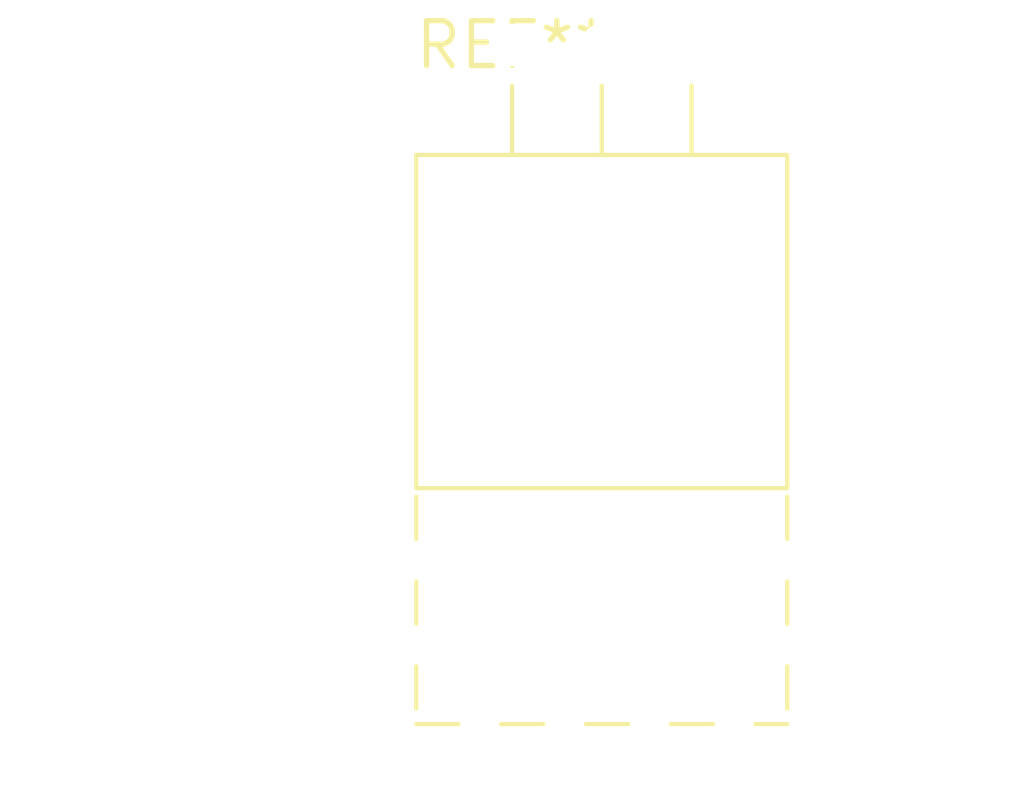
<source format=kicad_pcb>
(kicad_pcb (version 20240108) (generator pcbnew)
  (layers (0 "F.Cu" signal) (31 "B.Cu" signal) (34 "B.Paste" user) (35 "F.Paste" user) (36 "B.SilkS" user "B.Silkscreen") (37 "F.SilkS" user "F.Silkscreen") (38 "B.Mask" user) (39 "F.Mask" user) (44 "Edge.Cuts" user))
  (net 0 "")
  (footprint "TO-220F-3_Horizontal_TabUp" (layer "F.Cu") (at 0 0)
    (property "Reference" "REF**")
    (property "Value" "TO-220F-3_Horizontal_TabUp")
    (fp_line (start -2.71 3.11) (end -2.71 12.54) (layer "F.SilkS") (stroke (width 0.12)))
    (fp_line (start -2.71 3.11) (end 7.79 3.11) (layer "F.SilkS") (stroke (width 0.12)))
    (fp_line (start -2.71 12.54) (end 7.79 12.54) (layer "F.SilkS") (stroke (width 0.12)))
    (fp_line (start -2.71 12.78) (end -2.71 13.98) (layer "F.SilkS") (stroke (width 0.12)))
    (fp_line (start -2.71 15.18) (end -2.71 16.38) (layer "F.SilkS") (stroke (width 0.12)))
    (fp_line (start -2.71 17.58) (end -2.71 18.78) (layer "F.SilkS") (stroke (width 0.12)))
    (fp_line (start -2.71 19.22) (end -1.51 19.22) (layer "F.SilkS") (stroke (width 0.12)))
    (fp_line (start -0.311 19.22) (end 0.89 19.22) (layer "F.SilkS") (stroke (width 0.12)))
    (fp_line (start 0 1.15) (end 0 3.11) (layer "F.SilkS") (stroke (width 0.12)))
    (fp_line (start 2.09 19.22) (end 3.29 19.22) (layer "F.SilkS") (stroke (width 0.12)))
    (fp_line (start 2.54 1.15) (end 2.54 3.11) (layer "F.SilkS") (stroke (width 0.12)))
    (fp_line (start 4.49 19.22) (end 5.69 19.22) (layer "F.SilkS") (stroke (width 0.12)))
    (fp_line (start 5.08 1.15) (end 5.08 3.11) (layer "F.SilkS") (stroke (width 0.12)))
    (fp_line (start 6.89 19.22) (end 7.79 19.22) (layer "F.SilkS") (stroke (width 0.12)))
    (fp_line (start 7.79 3.11) (end 7.79 12.54) (layer "F.SilkS") (stroke (width 0.12)))
    (fp_line (start 7.79 12.78) (end 7.79 13.98) (layer "F.SilkS") (stroke (width 0.12)))
    (fp_line (start 7.79 15.18) (end 7.79 16.38) (layer "F.SilkS") (stroke (width 0.12)))
    (fp_line (start 7.79 17.58) (end 7.79 18.78) (layer "F.SilkS") (stroke (width 0.12)))
    (pad "" np_thru_hole oval (at 2.54 15.8) (size 3.5 3.5) (drill 3.5) (layers *.Cu *.Mask))
    (pad "1" thru_hole rect (at 0 0) (size 1.905 2) (drill 1.2) (layers *.Cu *.Mask) (remove_unused_layers))
    (pad "2" thru_hole oval (at 2.54 0) (size 1.905 2) (drill 1.2) (layers *.Cu *.Mask) (remove_unused_layers))
    (pad "3" thru_hole oval (at 5.08 0) (size 1.905 2) (drill 1.2) (layers *.Cu *.Mask) (remove_unused_layers))
  )
)
</source>
